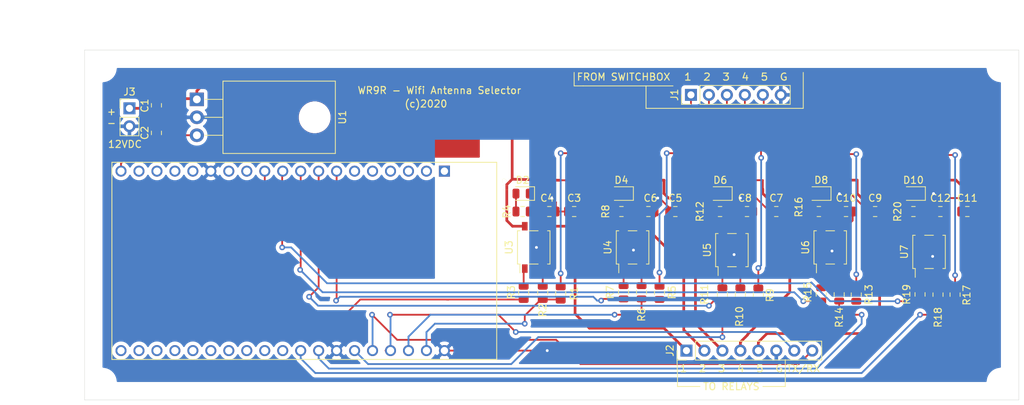
<source format=kicad_pcb>
(kicad_pcb (version 20171130) (host pcbnew "(5.1.5)-3")
  (title_block (title "WR9R - LAN ANTENNA SELECTOR") (date 2020-08-06) (rev A) (company WR9R))
  (layers (0 F.Cu signal) (31 B.Cu signal) (34 B.Paste user) (35 F.Paste user) (36 B.SilkS user) (37 F.SilkS user) (38 B.Mask user) (39 F.Mask user) (44 Edge.Cuts user))
  (net 0 "")
  (net 1 GND)
  (net 2 /Switch/VDCout)
  (net 3 "Net-(C2-Pad1)")
  (net 4 /Switch/Output)
  (net 5 /sheet5F313B75/Output)
  (net 6 /sheet5F313D6F/Output)
  (net 7 /sheet5F313F39/Output)
  (net 8 /sheet5F3141CF/Output)
  (net 9 /Switch/Input)
  (net 10 "Net-(D2-Pad2)")
  (net 11 "Net-(D4-Pad2)")
  (net 12 /sheet5F313B75/Input)
  (net 13 "Net-(D6-Pad2)")
  (net 14 "Net-(D8-Pad2)")
  (net 15 /sheet5F313D6F/Input)
  (net 16 "Net-(D10-Pad2)")
  (net 17 /sheet5F313F39/Input)
  (net 18 /sheet5F3141CF/Input)
  (net 19 "Net-(J2-Pad8)")
  (net 20 "Net-(J2-Pad7)")
  (net 21 /Inp0)
  (net 22 /Sel0)
  (net 23 /Inp1)
  (net 24 /Sel1)
  (net 25 /Inp2)
  (net 26 /Sel2)
  (net 27 /Inp3)
  (net 28 /Sel3)
  (net 29 /Inp4)
  (net 30 /Sel4)
  (net 31 "Net-(R3-Pad1)")
  (net 32 "Net-(R7-Pad1)")
  (net 33 "Net-(R11-Pad1)")
  (net 34 "Net-(R15-Pad1)")
  (net 35 "Net-(R19-Pad1)")
  (net 36 "Net-(U2-Pad38)")
  (net 37 "Net-(U2-Pad37)")
  (net 38 "Net-(U2-Pad36)")
  (net 39 "Net-(U2-Pad35)")
  (net 40 "Net-(U2-Pad34)")
  (net 41 "Net-(U2-Pad33)")
  (net 42 "Net-(U2-Pad32)")
  (net 43 "Net-(U2-Pad31)")
  (net 44 "Net-(U2-Pad30)")
  (net 45 "Net-(U2-Pad29)")
  (net 46 "Net-(U2-Pad18)")
  (net 47 "Net-(U2-Pad17)")
  (net 48 "Net-(U2-Pad16)")
  (net 49 "Net-(U2-Pad15)")
  (net 50 "Net-(U2-Pad13)")
  (net 51 "Net-(U2-Pad12)")
  (net 52 "Net-(U2-Pad5)")
  (net 53 "Net-(U2-Pad4)")
  (net 54 "Net-(U2-Pad3)")
  (net 55 "Net-(U2-Pad2)")
  (net 56 "Net-(U2-Pad1)")
  (net 57 "Net-(U2-Pad6)")
  (module ESP32-kicad-library:MODULE_ESP32-DEVKITC-32D (layer F.Cu) (at 111.125 107.315 270)
    (fp_text reference U2 (at -10.829175 -28.446045 90) (layer F.SilkS) (effects (font (size 1.000386 1.000386) (thickness 0.015))))
    (fp_text value ESP32-DEVKITC-32D)
    (pad 38 thru_hole circle (at 12.7 25.96 270) (size 1.56 1.56) (drill 1.04) (layers *.Cu *.Mask) (net 36 "Net-(U2-Pad38)"))
    (pad 37 thru_hole circle (at 12.7 23.42 270) (size 1.56 1.56) (drill 1.04) (layers *.Cu *.Mask) (net 37 "Net-(U2-Pad37)"))
    (pad 36 thru_hole circle (at 12.7 20.88 270) (size 1.56 1.56) (drill 1.04) (layers *.Cu *.Mask) (net 38 "Net-(U2-Pad36)"))
    (pad 35 thru_hole circle (at 12.7 18.34 270) (size 1.56 1.56) (drill 1.04) (layers *.Cu *.Mask) (net 39 "Net-(U2-Pad35)"))
    (pad 34 thru_hole circle (at 12.7 15.8 270) (size 1.56 1.56) (drill 1.04) (layers *.Cu *.Mask) (net 40 "Net-(U2-Pad34)"))
    (pad 33 thru_hole circle (at 12.7 13.26 270) (size 1.56 1.56) (drill 1.04) (layers *.Cu *.Mask) (net 41 "Net-(U2-Pad33)"))
    (pad 32 thru_hole circle (at 12.7 10.72 270) (size 1.56 1.56) (drill 1.04) (layers *.Cu *.Mask) (net 42 "Net-(U2-Pad32)"))
    (pad 31 thru_hole circle (at 12.7 8.18 270) (size 1.56 1.56) (drill 1.04) (layers *.Cu *.Mask) (net 43 "Net-(U2-Pad31)"))
    (pad 30 thru_hole circle (at 12.7 5.64 270) (size 1.56 1.56) (drill 1.04) (layers *.Cu *.Mask) (net 44 "Net-(U2-Pad30)"))
    (pad 29 thru_hole circle (at 12.7 3.1 270) (size 1.56 1.56) (drill 1.04) (layers *.Cu *.Mask) (net 45 "Net-(U2-Pad29)"))
    (pad 28 thru_hole circle (at 12.7 0.56 270) (size 1.56 1.56) (drill 1.04) (layers *.Cu *.Mask) (net 29 /Inp4))
    (pad 27 thru_hole circle (at 12.7 -1.98 270) (size 1.56 1.56) (drill 1.04) (layers *.Cu *.Mask) (net 27 /Inp3))
    (pad 26 thru_hole circle (at 12.7 -4.52 270) (size 1.56 1.56) (drill 1.04) (layers *.Cu *.Mask) (net 1 GND))
    (pad 25 thru_hole circle (at 12.7 -7.06 270) (size 1.56 1.56) (drill 1.04) (layers *.Cu *.Mask) (net 25 /Inp2))
    (pad 24 thru_hole circle (at 12.7 -9.6 270) (size 1.56 1.56) (drill 1.04) (layers *.Cu *.Mask) (net 19 "Net-(J2-Pad8)"))
    (pad 23 thru_hole circle (at 12.7 -12.14 270) (size 1.56 1.56) (drill 1.04) (layers *.Cu *.Mask) (net 20 "Net-(J2-Pad7)"))
    (pad 22 thru_hole circle (at 12.7 -14.68 270) (size 1.56 1.56) (drill 1.04) (layers *.Cu *.Mask) (net 23 /Inp1))
    (pad 21 thru_hole circle (at 12.7 -17.22 270) (size 1.56 1.56) (drill 1.04) (layers *.Cu *.Mask) (net 21 /Inp0))
    (pad 20 thru_hole circle (at 12.7 -19.76 270) (size 1.56 1.56) (drill 1.04) (layers *.Cu *.Mask) (net 1 GND))
    (pad 18 thru_hole circle (at -12.7 23.42 270) (size 1.56 1.56) (drill 1.04) (layers *.Cu *.Mask) (net 46 "Net-(U2-Pad18)"))
    (pad 17 thru_hole circle (at -12.7 20.88 270) (size 1.56 1.56) (drill 1.04) (layers *.Cu *.Mask) (net 47 "Net-(U2-Pad17)"))
    (pad 16 thru_hole circle (at -12.7 18.34 270) (size 1.56 1.56) (drill 1.04) (layers *.Cu *.Mask) (net 48 "Net-(U2-Pad16)"))
    (pad 15 thru_hole circle (at -12.7 15.8 270) (size 1.56 1.56) (drill 1.04) (layers *.Cu *.Mask) (net 49 "Net-(U2-Pad15)"))
    (pad 14 thru_hole circle (at -12.7 13.26 270) (size 1.56 1.56) (drill 1.04) (layers *.Cu *.Mask) (net 1 GND))
    (pad 13 thru_hole circle (at -12.7 10.72 270) (size 1.56 1.56) (drill 1.04) (layers *.Cu *.Mask) (net 50 "Net-(U2-Pad13)"))
    (pad 12 thru_hole circle (at -12.7 8.18 270) (size 1.56 1.56) (drill 1.04) (layers *.Cu *.Mask) (net 51 "Net-(U2-Pad12)"))
    (pad 11 thru_hole circle (at -12.7 5.64 270) (size 1.56 1.56) (drill 1.04) (layers *.Cu *.Mask) (net 22 /Sel0))
    (pad 10 thru_hole circle (at -12.7 3.1 270) (size 1.56 1.56) (drill 1.04) (layers *.Cu *.Mask) (net 30 /Sel4))
    (pad 9 thru_hole circle (at -12.7 0.56 270) (size 1.56 1.56) (drill 1.04) (layers *.Cu *.Mask) (net 28 /Sel3))
    (pad 8 thru_hole circle (at -12.7 -1.98 270) (size 1.56 1.56) (drill 1.04) (layers *.Cu *.Mask) (net 26 /Sel2))
    (pad 7 thru_hole circle (at -12.7 -4.52 270) (size 1.56 1.56) (drill 1.04) (layers *.Cu *.Mask) (net 24 /Sel1))
    (pad 6 thru_hole circle (at -12.7 -7.06 270) (size 1.56 1.56) (drill 1.04) (layers *.Cu *.Mask) (net 57 "Net-(U2-Pad6)"))
    (pad 5 thru_hole circle (at -12.7 -9.6 270) (size 1.56 1.56) (drill 1.04) (layers *.Cu *.Mask) (net 52 "Net-(U2-Pad5)"))
    (pad 4 thru_hole circle (at -12.7 -12.14 270) (size 1.56 1.56) (drill 1.04) (layers *.Cu *.Mask) (net 53 "Net-(U2-Pad4)"))
    (pad 3 thru_hole circle (at -12.7 -14.68 270) (size 1.56 1.56) (drill 1.04) (layers *.Cu *.Mask) (net 54 "Net-(U2-Pad3)"))
    (pad 19 thru_hole circle (at -12.7 25.96 270) (size 1.56 1.56) (drill 1.04) (layers *.Cu *.Mask) (net 3 "Net-(C2-Pad1)"))
    (pad 2 thru_hole circle (at -12.7 -17.22 270) (size 1.56 1.56) (drill 1.04) (layers *.Cu *.Mask) (net 55 "Net-(U2-Pad2)"))
    (pad 1 thru_hole rect (at -12.7 -19.76 270) (size 1.56 1.56) (drill 1.04) (layers *.Cu *.Mask) (net 56 "Net-(U2-Pad1)"))
  )
  (module Connector_PinHeader_2.54mm:PinHeader_1x02_P2.54mm_Vertical (layer F.Cu) (at 86.36 85.725)
    (fp_text reference J3 (at 0 -2.33) (layer F.SilkS))
    (fp_text value POWER)
    (pad 2 thru_hole oval (at 0 2.54) (size 1.7 1.7) (drill 1) (layers *.Cu *.Mask) (net 1 GND))
    (pad 1 thru_hole rect (at 0 0) (size 1.7 1.7) (drill 1) (layers *.Cu *.Mask) (net 2 /Switch/VDCout))
  )
  (module MountingHole:MountingHole_3mm (layer F.Cu) (at 209.55 80.01)
    (fp_text reference REF** hide)
    (fp_text value MountingHole_3mm)
    (pad 1 np_thru_hole circle (at 0 0) (size 3 3) (drill 3) (layers *.Cu *.Mask))
  )
  (module MountingHole:MountingHole_3mm (layer F.Cu) (at 82.55 124.46)
    (fp_text reference REF** hide)
    (fp_text value MountingHole_3mm)
    (pad 1 np_thru_hole circle (at 0 0) (size 3 3) (drill 3) (layers *.Cu *.Mask))
  )
  (module MountingHole:MountingHole_3mm (layer F.Cu) (at 209.55 124.46)
    (fp_text reference REF** hide)
    (fp_text value MountingHole_3mm)
    (pad 1 np_thru_hole circle (at 0 0) (size 3 3) (drill 3) (layers *.Cu *.Mask))
  )
  (module MountingHole:MountingHole_3mm (layer F.Cu) (at 82.55 80.01)
    (fp_text reference REF** hide)
    (fp_text value MountingHole_3mm)
    (pad 1 np_thru_hole circle (at 0 0) (size 3 3) (drill 3) (layers *.Cu *.Mask))
  )
  (module Package_TO_SOT_THT:TO-220-3_Horizontal_TabDown (layer F.Cu) (at 95.885 84.455 270)
    (fp_text reference U1 (at 2.54 -20.58 90) (layer F.SilkS))
    (fp_text value LM7805_TO220)
    (pad 3 thru_hole oval (at 5.08 0 270) (size 1.905 2) (drill 1.1) (layers *.Cu *.Mask) (net 3 "Net-(C2-Pad1)"))
    (pad 2 thru_hole oval (at 2.54 0 270) (size 1.905 2) (drill 1.1) (layers *.Cu *.Mask) (net 1 GND))
    (pad 1 thru_hole rect (at 0 0 270) (size 1.905 2) (drill 1.1) (layers *.Cu *.Mask) (net 2 /Switch/VDCout))
    (pad "" np_thru_hole oval (at 2.54 -16.66 270) (size 3.5 3.5) (drill 3.5) (layers *.Cu *.Mask))
  )
  (module Package_SO:SO-4_4.4x4.3mm_P2.54mm (layer F.Cu) (at 199.39 106.045 90)
    (fp_text reference U7 (at 0 -3.5 90) (layer F.SilkS))
    (fp_text value ASSR-1218)
    (pad 3 smd rect (at 3 1.27) (size 0.8 1.2) (layers F.Cu F.Paste F.Mask) (net 8 /sheet5F3141CF/Output))
    (pad 2 smd rect (at -3 1.27) (size 0.8 1.2) (layers F.Cu F.Paste F.Mask) (net 1 GND))
    (pad 1 smd rect (at -3 -1.27) (size 0.8 1.2) (layers F.Cu F.Paste F.Mask) (net 35 "Net-(R19-Pad1)"))
    (pad 4 smd rect (at 3 -1.27) (size 0.8 1.2) (layers F.Cu F.Paste F.Mask) (net 2 /Switch/VDCout))
  )
  (module Package_SO:SO-4_4.4x4.3mm_P2.54mm (layer F.Cu) (at 185.42 105.41 90)
    (fp_text reference U6 (at 0 -3.5 90) (layer F.SilkS))
    (fp_text value ASSR-1218)
    (pad 3 smd rect (at 3 1.27) (size 0.8 1.2) (layers F.Cu F.Paste F.Mask) (net 7 /sheet5F313F39/Output))
    (pad 2 smd rect (at -3 1.27) (size 0.8 1.2) (layers F.Cu F.Paste F.Mask) (net 1 GND))
    (pad 1 smd rect (at -3 -1.27) (size 0.8 1.2) (layers F.Cu F.Paste F.Mask) (net 34 "Net-(R15-Pad1)"))
    (pad 4 smd rect (at 3 -1.27) (size 0.8 1.2) (layers F.Cu F.Paste F.Mask) (net 2 /Switch/VDCout))
  )
  (module Package_SO:SO-4_4.4x4.3mm_P2.54mm (layer F.Cu) (at 171.525 105.795 90)
    (fp_text reference U5 (at 0 -3.5 90) (layer F.SilkS))
    (fp_text value ASSR-1218)
    (pad 3 smd rect (at 3 1.27) (size 0.8 1.2) (layers F.Cu F.Paste F.Mask) (net 6 /sheet5F313D6F/Output))
    (pad 2 smd rect (at -3 1.27) (size 0.8 1.2) (layers F.Cu F.Paste F.Mask) (net 1 GND))
    (pad 1 smd rect (at -3 -1.27) (size 0.8 1.2) (layers F.Cu F.Paste F.Mask) (net 33 "Net-(R11-Pad1)"))
    (pad 4 smd rect (at 3 -1.27) (size 0.8 1.2) (layers F.Cu F.Paste F.Mask) (net 2 /Switch/VDCout))
  )
  (module Package_SO:SO-4_4.4x4.3mm_P2.54mm (layer F.Cu) (at 157.48 105.41 90)
    (fp_text reference U4 (at 0 -3.5 90) (layer F.SilkS))
    (fp_text value ASSR-1218)
    (pad 3 smd rect (at 3 1.27) (size 0.8 1.2) (layers F.Cu F.Paste F.Mask) (net 5 /sheet5F313B75/Output))
    (pad 2 smd rect (at -3 1.27) (size 0.8 1.2) (layers F.Cu F.Paste F.Mask) (net 1 GND))
    (pad 1 smd rect (at -3 -1.27) (size 0.8 1.2) (layers F.Cu F.Paste F.Mask) (net 32 "Net-(R7-Pad1)"))
    (pad 4 smd rect (at 3 -1.27) (size 0.8 1.2) (layers F.Cu F.Paste F.Mask) (net 2 /Switch/VDCout))
  )
  (module Package_SO:SO-4_4.4x4.3mm_P2.54mm (layer F.Cu) (at 143.51 105.41 90)
    (fp_text reference U3 (at 0 -3.5 90) (layer F.SilkS))
    (fp_text value ASSR-1218)
    (pad 3 smd rect (at 3 1.27) (size 0.8 1.2) (layers F.Cu F.Paste F.Mask) (net 4 /Switch/Output))
    (pad 2 smd rect (at -3 1.27) (size 0.8 1.2) (layers F.Cu F.Paste F.Mask) (net 1 GND))
    (pad 1 smd rect (at -3 -1.27) (size 0.8 1.2) (layers F.Cu F.Paste F.Mask) (net 31 "Net-(R3-Pad1)"))
    (pad 4 smd rect (at 3 -1.27) (size 0.8 1.2) (layers F.Cu F.Paste F.Mask) (net 2 /Switch/VDCout))
  )
  (module Resistor_SMD:R_0805_2012Metric (layer F.Cu) (at 197.1825 100.33 180)
    (fp_text reference R20 (at 2.2375 0 90) (layer F.SilkS))
    (fp_text value 6.8K)
    (pad 2 smd roundrect (at 0.9375 0 180) (size 0.975 1.4) (layers F.Cu F.Paste F.Mask) (net 16 "Net-(D10-Pad2)"))
    (pad 1 smd roundrect (at -0.9375 0 180) (size 0.975 1.4) (layers F.Cu F.Paste F.Mask) (net 8 /sheet5F3141CF/Output))
  )
  (module Resistor_SMD:R_0805_2012Metric (layer F.Cu) (at 198.12 112.0625 270)
    (fp_text reference R19 (at 0 1.905 90) (layer F.SilkS))
    (fp_text value 510)
    (pad 2 smd roundrect (at 0.9375 0 270) (size 0.975 1.4) (layers F.Cu F.Paste F.Mask) (net 30 /Sel4))
    (pad 1 smd roundrect (at -0.9375 0 270) (size 0.975 1.4) (layers F.Cu F.Paste F.Mask) (net 35 "Net-(R19-Pad1)"))
  )
  (module Resistor_SMD:R_0805_2012Metric (layer F.Cu) (at 200.66 112.0925 90)
    (fp_text reference R18 (at -3.2235 0 90) (layer F.SilkS))
    (fp_text value 6.8K)
    (pad 2 smd roundrect (at 0.9375 0 90) (size 0.975 1.4) (layers F.Cu F.Paste F.Mask) (net 1 GND))
    (pad 1 smd roundrect (at -0.9375 0 90) (size 0.975 1.4) (layers F.Cu F.Paste F.Mask) (net 29 /Inp4))
  )
  (module Resistor_SMD:R_0805_2012Metric (layer F.Cu) (at 203.073 112.0925 90)
    (fp_text reference R17 (at -0.0785 1.651 90) (layer F.SilkS))
    (fp_text value 22K)
    (pad 2 smd roundrect (at 0.9375 0 90) (size 0.975 1.4) (layers F.Cu F.Paste F.Mask) (net 18 /sheet5F3141CF/Input))
    (pad 1 smd roundrect (at -0.9375 0 90) (size 0.975 1.4) (layers F.Cu F.Paste F.Mask) (net 29 /Inp4))
  )
  (module Resistor_SMD:R_0805_2012Metric (layer F.Cu) (at 183.8175 100.33 180)
    (fp_text reference R16 (at 2.8425 0.635 90) (layer F.SilkS))
    (fp_text value 6.8K)
    (pad 2 smd roundrect (at 0.9375 0 180) (size 0.975 1.4) (layers F.Cu F.Paste F.Mask) (net 14 "Net-(D8-Pad2)"))
    (pad 1 smd roundrect (at -0.9375 0 180) (size 0.975 1.4) (layers F.Cu F.Paste F.Mask) (net 7 /sheet5F313F39/Output))
  )
  (module Resistor_SMD:R_0805_2012Metric (layer F.Cu) (at 184.15 112.0625 270)
    (fp_text reference R15 (at -0.3025 1.905 90) (layer F.SilkS))
    (fp_text value 510)
    (pad 2 smd roundrect (at 0.9375 0 270) (size 0.975 1.4) (layers F.Cu F.Paste F.Mask) (net 28 /Sel3))
    (pad 1 smd roundrect (at -0.9375 0 270) (size 0.975 1.4) (layers F.Cu F.Paste F.Mask) (net 34 "Net-(R15-Pad1)"))
  )
  (module Resistor_SMD:R_0805_2012Metric (layer F.Cu) (at 186.69 112.0625 90)
    (fp_text reference R14 (at -3.2535 0 90) (layer F.SilkS))
    (fp_text value 6.8K)
    (pad 2 smd roundrect (at 0.9375 0 90) (size 0.975 1.4) (layers F.Cu F.Paste F.Mask) (net 1 GND))
    (pad 1 smd roundrect (at -0.9375 0 90) (size 0.975 1.4) (layers F.Cu F.Paste F.Mask) (net 27 /Inp3))
  )
  (module Resistor_SMD:R_0805_2012Metric (layer F.Cu) (at 189.103 112.0925 90)
    (fp_text reference R13 (at 0 1.778 90) (layer F.SilkS))
    (fp_text value 22K)
    (pad 2 smd roundrect (at 0.9375 0 90) (size 0.975 1.4) (layers F.Cu F.Paste F.Mask) (net 17 /sheet5F313F39/Input))
    (pad 1 smd roundrect (at -0.9375 0 90) (size 0.975 1.4) (layers F.Cu F.Paste F.Mask) (net 27 /Inp3))
  )
  (module Resistor_SMD:R_0805_2012Metric (layer F.Cu) (at 169.8475 100.33 180)
    (fp_text reference R12 (at 2.8425 0 90) (layer F.SilkS))
    (fp_text value 6.8K)
    (pad 2 smd roundrect (at 0.9375 0 180) (size 0.975 1.4) (layers F.Cu F.Paste F.Mask) (net 13 "Net-(D6-Pad2)"))
    (pad 1 smd roundrect (at -0.9375 0 180) (size 0.975 1.4) (layers F.Cu F.Paste F.Mask) (net 6 /sheet5F313D6F/Output))
  )
  (module Resistor_SMD:R_0805_2012Metric (layer F.Cu) (at 170.18 112.0625 270)
    (fp_text reference R11 (at 0 2.54 90) (layer F.SilkS))
    (fp_text value 510)
    (pad 2 smd roundrect (at 0.9375 0 270) (size 0.975 1.4) (layers F.Cu F.Paste F.Mask) (net 26 /Sel2))
    (pad 1 smd roundrect (at -0.9375 0 270) (size 0.975 1.4) (layers F.Cu F.Paste F.Mask) (net 33 "Net-(R11-Pad1)"))
  )
  (module Resistor_SMD:R_0805_2012Metric (layer F.Cu) (at 172.72 112.0625 90)
    (fp_text reference R10 (at -3.1265 -0.127 90) (layer F.SilkS))
    (fp_text value 6.8K)
    (pad 2 smd roundrect (at 0.9375 0 90) (size 0.975 1.4) (layers F.Cu F.Paste F.Mask) (net 1 GND))
    (pad 1 smd roundrect (at -0.9375 0 90) (size 0.975 1.4) (layers F.Cu F.Paste F.Mask) (net 25 /Inp2))
  )
  (module Resistor_SMD:R_0805_2012Metric (layer F.Cu) (at 175.26 112.0925 90)
    (fp_text reference R9 (at -0.0785 1.651 90) (layer F.SilkS))
    (fp_text value 22K)
    (pad 2 smd roundrect (at 0.9375 0 90) (size 0.975 1.4) (layers F.Cu F.Paste F.Mask) (net 15 /sheet5F313D6F/Input))
    (pad 1 smd roundrect (at -0.9375 0 90) (size 0.975 1.4) (layers F.Cu F.Paste F.Mask) (net 25 /Inp2))
  )
  (module Resistor_SMD:R_0805_2012Metric (layer F.Cu) (at 155.9075 100.33 180)
    (fp_text reference R8 (at 2.2375 0 90) (layer F.SilkS))
    (fp_text value 6.8K)
    (pad 2 smd roundrect (at 0.9375 0 180) (size 0.975 1.4) (layers F.Cu F.Paste F.Mask) (net 11 "Net-(D4-Pad2)"))
    (pad 1 smd roundrect (at -0.9375 0 180) (size 0.975 1.4) (layers F.Cu F.Paste F.Mask) (net 5 /sheet5F313B75/Output))
  )
  (module Resistor_SMD:R_0805_2012Metric (layer F.Cu) (at 156.21 111.76 270)
    (fp_text reference R7 (at 0 1.905 90) (layer F.SilkS))
    (fp_text value 510)
    (pad 2 smd roundrect (at 0.9375 0 270) (size 0.975 1.4) (layers F.Cu F.Paste F.Mask) (net 24 /Sel1))
    (pad 1 smd roundrect (at -0.9375 0 270) (size 0.975 1.4) (layers F.Cu F.Paste F.Mask) (net 32 "Net-(R7-Pad1)"))
  )
  (module Resistor_SMD:R_0805_2012Metric (layer F.Cu) (at 158.75 111.76 90)
    (fp_text reference R6 (at -3.175 0 90) (layer F.SilkS))
    (fp_text value 6.8K)
    (pad 2 smd roundrect (at 0.9375 0 90) (size 0.975 1.4) (layers F.Cu F.Paste F.Mask) (net 1 GND))
    (pad 1 smd roundrect (at -0.9375 0 90) (size 0.975 1.4) (layers F.Cu F.Paste F.Mask) (net 23 /Inp1))
  )
  (module Resistor_SMD:R_0805_2012Metric (layer F.Cu) (at 161.29 111.8385 90)
    (fp_text reference R5 (at 0.0485 1.778 90) (layer F.SilkS))
    (fp_text value 22K)
    (pad 2 smd roundrect (at 0.9375 0 90) (size 0.975 1.4) (layers F.Cu F.Paste F.Mask) (net 12 /sheet5F313B75/Input))
    (pad 1 smd roundrect (at -0.9375 0 90) (size 0.975 1.4) (layers F.Cu F.Paste F.Mask) (net 23 /Inp1))
  )
  (module Resistor_SMD:R_0805_2012Metric (layer F.Cu) (at 141.9375 100.33 180)
    (fp_text reference R4 (at 2.2375 0 90) (layer F.SilkS))
    (fp_text value 6.8K)
    (pad 2 smd roundrect (at 0.9375 0 180) (size 0.975 1.4) (layers F.Cu F.Paste F.Mask) (net 10 "Net-(D2-Pad2)"))
    (pad 1 smd roundrect (at -0.9375 0 180) (size 0.975 1.4) (layers F.Cu F.Paste F.Mask) (net 4 /Switch/Output))
  )
  (module Resistor_SMD:R_0805_2012Metric (layer F.Cu) (at 142.085 111.845 270)
    (fp_text reference R3 (at -0.085 1.75 90) (layer F.SilkS))
    (fp_text value 510)
    (pad 2 smd roundrect (at 0.9375 0 270) (size 0.975 1.4) (layers F.Cu F.Paste F.Mask) (net 22 /Sel0))
    (pad 1 smd roundrect (at -0.9375 0 270) (size 0.975 1.4) (layers F.Cu F.Paste F.Mask) (net 31 "Net-(R3-Pad1)"))
  )
  (module Resistor_SMD:R_0805_2012Metric (layer F.Cu) (at 144.78 111.845 90)
    (fp_text reference R2 (at -2.455 0 90) (layer F.SilkS))
    (fp_text value 6.8K)
    (pad 2 smd roundrect (at 0.9375 0 90) (size 0.975 1.4) (layers F.Cu F.Paste F.Mask) (net 1 GND))
    (pad 1 smd roundrect (at -0.9375 0 90) (size 0.975 1.4) (layers F.Cu F.Paste F.Mask) (net 21 /Inp0))
  )
  (module Resistor_SMD:R_0805_2012Metric (layer F.Cu) (at 147.32 111.9355 90)
    (fp_text reference R1 (at 0 1.905 90) (layer F.SilkS))
    (fp_text value 22K)
    (pad 2 smd roundrect (at 0.9375 0 90) (size 0.975 1.4) (layers F.Cu F.Paste F.Mask) (net 9 /Switch/Input))
    (pad 1 smd roundrect (at -0.9375 0 90) (size 0.975 1.4) (layers F.Cu F.Paste F.Mask) (net 21 /Inp0))
  )
  (module Connector_PinHeader_2.54mm:PinHeader_1x08_P2.54mm_Vertical (layer F.Cu) (at 165.1 120.015 90)
    (fp_text reference J2 (at 0 -2.33 90) (layer F.SilkS))
    (fp_text value OUTPUTS)
    (pad 8 thru_hole oval (at 0 17.78 90) (size 1.7 1.7) (drill 1) (layers *.Cu *.Mask) (net 19 "Net-(J2-Pad8)"))
    (pad 7 thru_hole oval (at 0 15.24 90) (size 1.7 1.7) (drill 1) (layers *.Cu *.Mask) (net 20 "Net-(J2-Pad7)"))
    (pad 6 thru_hole oval (at 0 12.7 90) (size 1.7 1.7) (drill 1) (layers *.Cu *.Mask) (net 1 GND))
    (pad 5 thru_hole oval (at 0 10.16 90) (size 1.7 1.7) (drill 1) (layers *.Cu *.Mask) (net 8 /sheet5F3141CF/Output))
    (pad 4 thru_hole oval (at 0 7.62 90) (size 1.7 1.7) (drill 1) (layers *.Cu *.Mask) (net 7 /sheet5F313F39/Output))
    (pad 3 thru_hole oval (at 0 5.08 90) (size 1.7 1.7) (drill 1) (layers *.Cu *.Mask) (net 6 /sheet5F313D6F/Output))
    (pad 2 thru_hole oval (at 0 2.54 90) (size 1.7 1.7) (drill 1) (layers *.Cu *.Mask) (net 5 /sheet5F313B75/Output))
    (pad 1 thru_hole rect (at 0 0 90) (size 1.7 1.7) (drill 1) (layers *.Cu *.Mask) (net 4 /Switch/Output))
  )
  (module Connector_PinHeader_2.54mm:PinHeader_1x06_P2.54mm_Vertical (layer F.Cu) (at 165.735 83.82 90)
    (fp_text reference J1 (at 0 -2.33 90) (layer F.SilkS))
    (fp_text value INPUTS)
    (pad 6 thru_hole oval (at 0 12.7 90) (size 1.7 1.7) (drill 1) (layers *.Cu *.Mask) (net 1 GND))
    (pad 5 thru_hole oval (at 0 10.16 90) (size 1.7 1.7) (drill 1) (layers *.Cu *.Mask) (net 18 /sheet5F3141CF/Input))
    (pad 4 thru_hole oval (at 0 7.62 90) (size 1.7 1.7) (drill 1) (layers *.Cu *.Mask) (net 17 /sheet5F313F39/Input))
    (pad 3 thru_hole oval (at 0 5.08 90) (size 1.7 1.7) (drill 1) (layers *.Cu *.Mask) (net 15 /sheet5F313D6F/Input))
    (pad 2 thru_hole oval (at 0 2.54 90) (size 1.7 1.7) (drill 1) (layers *.Cu *.Mask) (net 12 /sheet5F313B75/Input))
    (pad 1 thru_hole rect (at 0 0 90) (size 1.7 1.7) (drill 1) (layers *.Cu *.Mask) (net 9 /Switch/Input))
  )
  (module LED_SMD:LED_0805_2012Metric (layer F.Cu) (at 197.1825 97.79 180)
    (fp_text reference D10 (at 0 1.905) (layer F.SilkS))
    (fp_text value 599-0120-007F)
    (pad 2 smd roundrect (at 0.9375 0 180) (size 0.975 1.4) (layers F.Cu F.Paste F.Mask) (net 16 "Net-(D10-Pad2)"))
    (pad 1 smd roundrect (at -0.9375 0 180) (size 0.975 1.4) (layers F.Cu F.Paste F.Mask) (net 1 GND))
  )
  (module LED_SMD:LED_0805_2012Metric (layer F.Cu) (at 183.8475 97.79 180)
    (fp_text reference D8 (at -0.3025 1.905) (layer F.SilkS))
    (fp_text value 599-0120-007F)
    (pad 2 smd roundrect (at 0.9375 0 180) (size 0.975 1.4) (layers F.Cu F.Paste F.Mask) (net 14 "Net-(D8-Pad2)"))
    (pad 1 smd roundrect (at -0.9375 0 180) (size 0.975 1.4) (layers F.Cu F.Paste F.Mask) (net 1 GND))
  )
  (module LED_SMD:LED_0805_2012Metric (layer F.Cu) (at 169.8775 97.79 180)
    (fp_text reference D6 (at 0 1.905) (layer F.SilkS))
    (fp_text value 599-0120-007F)
    (pad 2 smd roundrect (at 0.9375 0 180) (size 0.975 1.4) (layers F.Cu F.Paste F.Mask) (net 13 "Net-(D6-Pad2)"))
    (pad 1 smd roundrect (at -0.9375 0 180) (size 0.975 1.4) (layers F.Cu F.Paste F.Mask) (net 1 GND))
  )
  (module LED_SMD:LED_0805_2012Metric (layer F.Cu) (at 155.9075 97.79 180)
    (fp_text reference D4 (at 0 1.905) (layer F.SilkS))
    (fp_text value 599-0120-007F)
    (pad 2 smd roundrect (at 0.9375 0 180) (size 0.975 1.4) (layers F.Cu F.Paste F.Mask) (net 11 "Net-(D4-Pad2)"))
    (pad 1 smd roundrect (at -0.9375 0 180) (size 0.975 1.4) (layers F.Cu F.Paste F.Mask) (net 1 GND))
  )
  (module LED_SMD:LED_0805_2012Metric (layer F.Cu) (at 141.9375 97.79 180)
    (fp_text reference D2 (at 0 1.905) (layer F.SilkS))
    (fp_text value 599-0120-007F)
    (pad 2 smd roundrect (at 0.9375 0 180) (size 0.975 1.4) (layers F.Cu F.Paste F.Mask) (net 10 "Net-(D2-Pad2)"))
    (pad 1 smd roundrect (at -0.9375 0 180) (size 0.975 1.4) (layers F.Cu F.Paste F.Mask) (net 1 GND))
  )
  (module Capacitor_SMD:C_0805_2012Metric (layer F.Cu) (at 200.9925 100.33 180)
    (fp_text reference C12 (at 0 1.905) (layer F.SilkS))
    (fp_text value "0.01uf, 100V")
    (pad 2 smd roundrect (at 0.9375 0 180) (size 0.975 1.4) (layers F.Cu F.Paste F.Mask) (net 1 GND))
    (pad 1 smd roundrect (at -0.9375 0 180) (size 0.975 1.4) (layers F.Cu F.Paste F.Mask) (net 8 /sheet5F3141CF/Output))
  )
  (module Capacitor_SMD:C_0805_2012Metric (layer F.Cu) (at 204.8025 100.33 180)
    (fp_text reference C11 (at 0 1.905) (layer F.SilkS))
    (fp_text value "1uF, 25V")
    (pad 2 smd roundrect (at 0.9375 0 180) (size 0.975 1.4) (layers F.Cu F.Paste F.Mask) (net 1 GND))
    (pad 1 smd roundrect (at -0.9375 0 180) (size 0.975 1.4) (layers F.Cu F.Paste F.Mask) (net 2 /Switch/VDCout))
  )
  (module Capacitor_SMD:C_0805_2012Metric (layer F.Cu) (at 187.6575 100.33 180)
    (fp_text reference C10 (at 0 1.905) (layer F.SilkS))
    (fp_text value "0.01uf, 100V")
    (pad 2 smd roundrect (at 0.9375 0 180) (size 0.975 1.4) (layers F.Cu F.Paste F.Mask) (net 1 GND))
    (pad 1 smd roundrect (at -0.9375 0 180) (size 0.975 1.4) (layers F.Cu F.Paste F.Mask) (net 7 /sheet5F313F39/Output))
  )
  (module Capacitor_SMD:C_0805_2012Metric (layer F.Cu) (at 191.77 100.33 180)
    (fp_text reference C9 (at 0 1.905) (layer F.SilkS))
    (fp_text value "1uF, 25V")
    (pad 2 smd roundrect (at 0.9375 0 180) (size 0.975 1.4) (layers F.Cu F.Paste F.Mask) (net 1 GND))
    (pad 1 smd roundrect (at -0.9375 0 180) (size 0.975 1.4) (layers F.Cu F.Paste F.Mask) (net 2 /Switch/VDCout))
  )
  (module Capacitor_SMD:C_0805_2012Metric (layer F.Cu) (at 173.6575 100.33 180)
    (fp_text reference C8 (at 0.3025 1.905) (layer F.SilkS))
    (fp_text value "0.01uf, 100V")
    (pad 2 smd roundrect (at 0.9375 0 180) (size 0.975 1.4) (layers F.Cu F.Paste F.Mask) (net 1 GND))
    (pad 1 smd roundrect (at -0.9375 0 180) (size 0.975 1.4) (layers F.Cu F.Paste F.Mask) (net 6 /sheet5F313D6F/Output))
  )
  (module Capacitor_SMD:C_0805_2012Metric (layer F.Cu) (at 177.8 100.33 180)
    (fp_text reference C7 (at 0 1.905) (layer F.SilkS))
    (fp_text value "1uF, 25V")
    (pad 2 smd roundrect (at 0.9375 0 180) (size 0.975 1.4) (layers F.Cu F.Paste F.Mask) (net 1 GND))
    (pad 1 smd roundrect (at -0.9375 0 180) (size 0.975 1.4) (layers F.Cu F.Paste F.Mask) (net 2 /Switch/VDCout))
  )
  (module Capacitor_SMD:C_0805_2012Metric (layer F.Cu) (at 159.7175 100.33 180)
    (fp_text reference C6 (at -0.3025 1.905) (layer F.SilkS))
    (fp_text value "0.01uf, 100V")
    (pad 2 smd roundrect (at 0.9375 0 180) (size 0.975 1.4) (layers F.Cu F.Paste F.Mask) (net 1 GND))
    (pad 1 smd roundrect (at -0.9375 0 180) (size 0.975 1.4) (layers F.Cu F.Paste F.Mask) (net 5 /sheet5F313B75/Output))
  )
  (module Capacitor_SMD:C_0805_2012Metric (layer F.Cu) (at 163.5275 100.33 180)
    (fp_text reference C5 (at 0 1.905) (layer F.SilkS))
    (fp_text value "1uF, 25V")
    (pad 2 smd roundrect (at 0.9375 0 180) (size 0.975 1.4) (layers F.Cu F.Paste F.Mask) (net 1 GND))
    (pad 1 smd roundrect (at -0.9375 0 180) (size 0.975 1.4) (layers F.Cu F.Paste F.Mask) (net 2 /Switch/VDCout))
  )
  (module Capacitor_SMD:C_0805_2012Metric (layer F.Cu) (at 145.7175 100.33)
    (fp_text reference C4 (at -0.3025 -1.905) (layer F.SilkS))
    (fp_text value "0.01uf, 100V")
    (pad 2 smd roundrect (at 0.9375 0) (size 0.975 1.4) (layers F.Cu F.Paste F.Mask) (net 1 GND))
    (pad 1 smd roundrect (at -0.9375 0) (size 0.975 1.4) (layers F.Cu F.Paste F.Mask) (net 4 /Switch/Output))
  )
  (module Capacitor_SMD:C_0805_2012Metric (layer F.Cu) (at 149.225 100.33 180)
    (fp_text reference C3 (at 0 1.905) (layer F.SilkS))
    (fp_text value "1uF, 25V")
    (pad 2 smd roundrect (at 0.9375 0 180) (size 0.975 1.4) (layers F.Cu F.Paste F.Mask) (net 1 GND))
    (pad 1 smd roundrect (at -0.9375 0 180) (size 0.975 1.4) (layers F.Cu F.Paste F.Mask) (net 2 /Switch/VDCout))
  )
  (module Capacitor_SMD:C_0805_2012Metric (layer F.Cu) (at 90.17 89.2025 90)
    (fp_text reference C2 (at 0 -1.65 90) (layer F.SilkS))
    (fp_text value "1uF, 25V")
    (pad 2 smd roundrect (at 0.9375 0 90) (size 0.975 1.4) (layers F.Cu F.Paste F.Mask) (net 1 GND))
    (pad 1 smd roundrect (at -0.9375 0 90) (size 0.975 1.4) (layers F.Cu F.Paste F.Mask) (net 3 "Net-(C2-Pad1)"))
  )
  (module Capacitor_SMD:C_0805_2012Metric (layer F.Cu) (at 90.17 85.2955 270)
    (fp_text reference C1 (at 0.0485 1.651 90) (layer F.SilkS))
    (fp_text value "1uF, 25V")
    (pad 2 smd roundrect (at 0.9375 0 270) (size 0.975 1.4) (layers F.Cu F.Paste F.Mask) (net 1 GND))
    (pad 1 smd roundrect (at -0.9375 0 270) (size 0.975 1.4) (layers F.Cu F.Paste F.Mask) (net 2 /Switch/VDCout))
  )
  (gr_text 12VDC (at 85.725 90.805) (layer F.SilkS) (effects (font (size 1 1))))
  (gr_text "+\n-" (at 83.82 86.995) (layer F.SilkS) (effects (font (size 1 1))))
  (gr_line (start 149.225 82.55) (end 149.225 80.645) (layer F.SilkS) (width 0.12))
  (gr_line (start 150.495 82.55) (end 149.225 82.55) (layer F.SilkS) (width 0.12))
  (gr_line (start 150.495 82.55) (end 163.195 82.55) (layer F.SilkS) (width 0.12))
  (gr_line (start 181.61 85.725) (end 181.61 80.645) (layer F.SilkS) (width 0.12))
  (gr_line (start 159.385 85.725) (end 181.61 85.725) (layer F.SilkS) (width 0.12))
  (gr_line (start 159.385 82.55) (end 159.385 85.725) (layer F.SilkS) (width 0.12))
  (gr_text "FROM SWITCHBOX\n" (at 156.21 81.28) (layer F.SilkS) (effects (font (size 1 1))))
  (gr_line (start 163.83 123.825) (end 163.77 121.345) (layer F.SilkS) (width 0.12))
  (gr_line (start 179.07 125.095) (end 179.07 121.285) (layer F.SilkS) (width 0.12))
  (gr_line (start 175.895 125.095) (end 179.07 125.095) (layer F.SilkS) (width 0.12))
  (gr_line (start 163.83 125.095) (end 167.005 125.095) (layer F.SilkS) (width 0.12))
  (gr_line (start 163.83 123.825) (end 163.83 125.095) (layer F.SilkS) (width 0.12))
  (gr_text "TO RELAYS\n" (at 171.45 125.095) (layer F.SilkS) (effects (font (size 1 1))))
  (gr_text "TX/RX\n" (at 181.61 122.555) (layer F.SilkS) (effects (font (size 1 1))))
  (gr_text "1  2  3  4  5  G" (at 171.45 122.555) (layer F.SilkS) (effects (font (size 1 1.0922))))
  (gr_text "1  2  3  4  5  G" (at 172.085 81.28) (layer F.SilkS) (effects (font (size 1 1.0922))))
  (gr_text "(c)2020\n" (at 128.27 85.09) (layer F.SilkS) (effects (font (size 1 1))))
  (gr_text "WR9R - Wifi Antenna Selector" (at 130.175 83.185) (layer F.SilkS) (effects (font (size 1 1))))
  (gr_line (start 80.01 127) (end 80.01 77.47) (layer Edge.Cuts) (width 0.05))
  (gr_line (start 212.09 127) (end 80.01 127) (layer Edge.Cuts) (width 0.05))
  (gr_line (start 212.09 77.47) (end 212.09 127) (layer Edge.Cuts) (width 0.05))
  (gr_line (start 80.01 77.47) (end 212.09 77.47) (layer Edge.Cuts) (width 0.05))
  (segment (start 142.875 97.79) (end 145.415 97.79) (width 0.25) (layer F.Cu) (net 1))
  (segment (start 146.655 99.03) (end 146.655 100.33) (width 0.25) (layer F.Cu) (net 1))
  (segment (start 145.415 97.79) (end 146.05 98.425) (width 0.25) (layer F.Cu) (net 1))
  (segment (start 148.2875 100.33) (end 146.655 100.33) (width 0.25) (layer F.Cu) (net 1))
  (segment (start 144.78 108.41) (end 144.78 110.9075) (width 0.25) (layer F.Cu) (net 1))
  (segment (start 162.59 100.33) (end 162.56 100.33) (width 0.25) (layer F.Cu) (net 1))
  (segment (start 162.56 100.33) (end 162.56 99.695) (width 0.25) (layer F.Cu) (net 1))
  (segment (start 162.56 99.695) (end 161.29 98.425) (width 0.25) (layer F.Cu) (net 1))
  (segment (start 160.685 98.425) (end 158.78 100.33) (width 0.25) (layer F.Cu) (net 1))
  (segment (start 161.29 98.425) (end 161.036 98.425) (width 0.25) (layer F.Cu) (net 1))
  (segment (start 158.78 100.33) (end 158.78 98.455) (width 0.25) (layer F.Cu) (net 1))
  (segment (start 158.115 97.79) (end 156.845 97.79) (width 0.25) (layer F.Cu) (net 1))
  (segment (start 158.78 98.455) (end 158.115 97.79) (width 0.25) (layer F.Cu) (net 1))
  (segment (start 158.75 108.41) (end 158.75 110.8225) (width 0.25) (layer F.Cu) (net 1))
  (segment (start 170.815 97.79) (end 172.085 97.79) (width 0.25) (layer F.Cu) (net 1))
  (segment (start 172.085 97.79) (end 172.72 98.425) (width 0.25) (layer F.Cu) (net 1))
  (segment (start 176.8625 100.33) (end 174.9575 98.425) (width 0.25) (layer F.Cu) (net 1))
  (segment (start 174.9575 98.425) (end 172.72 98.425) (width 0.25) (layer F.Cu) (net 1))
  (segment (start 172.72 98.425) (end 172.72 100.33) (width 0.25) (layer F.Cu) (net 1))
  (segment (start 172.72 108.87) (end 172.795 108.795) (width 0.25) (layer F.Cu) (net 1))
  (segment (start 172.72 111.125) (end 172.72 108.87) (width 0.25) (layer F.Cu) (net 1))
  (segment (start 176.8625 101.03) (end 176.8625 100.33) (width 0.25) (layer F.Cu) (net 1))
  (segment (start 190.8325 100.33) (end 188.2925 97.79) (width 0.25) (layer F.Cu) (net 1))
  (segment (start 186.72 97.82) (end 186.72 97.82) (width 0.25) (layer F.Cu) (net 1))
  (segment (start 186.72 100.33) (end 186.72 97.82) (width 0.25) (layer F.Cu) (net 1))
  (segment (start 188.2925 97.79) (end 186.69 97.79) (width 0.25) (layer F.Cu) (net 1))
  (segment (start 186.69 97.79) (end 184.785 97.79) (width 0.25) (layer F.Cu) (net 1))
  (segment (start 186.69 111.125) (end 186.69 108.41) (width 0.25) (layer F.Cu) (net 1))
  (segment (start 203.865 100.33) (end 203.865 98.455) (width 0.25) (layer F.Cu) (net 1))
  (segment (start 203.865 98.455) (end 203.835 98.425) (width 0.25) (layer F.Cu) (net 1))
  (segment (start 198.6075 97.79) (end 198.12 97.79) (width 0.25) (layer F.Cu) (net 1))
  (segment (start 201.96 98.425) (end 201.325 97.79) (width 0.25) (layer F.Cu) (net 1))
  (segment (start 203.835 98.425) (end 201.96 98.425) (width 0.25) (layer F.Cu) (net 1))
  (segment (start 200.055 97.82) (end 200.025 97.79) (width 0.25) (layer F.Cu) (net 1))
  (segment (start 201.325 97.79) (end 200.025 97.79) (width 0.25) (layer F.Cu) (net 1))
  (segment (start 200.055 100.33) (end 200.055 97.82) (width 0.25) (layer F.Cu) (net 1))
  (segment (start 200.025 97.79) (end 198.6075 97.79) (width 0.25) (layer F.Cu) (net 1))
  (segment (start 144.78 108.41) (end 144.78 106.299) (width 0.25) (layer F.Cu) (net 1))
  (via (at 143.891 105.41) (size 0.8) (drill 0.4) (layers F.Cu B.Cu) (net 1))
  (segment (start 144.78 106.299) (end 143.891 105.41) (width 0.25) (layer F.Cu) (net 1))
  (segment (start 146.05 98.425) (end 146.655 99.03) (width 0.25) (layer F.Cu) (net 1))
  (via (at 146.05 98.425) (size 0.8) (drill 0.4) (layers F.Cu B.Cu) (net 1))
  (segment (start 161.036 98.425) (end 160.685 98.425) (width 0.25) (layer F.Cu) (net 1))
  (via (at 161.036 98.425) (size 0.8) (drill 0.4) (layers F.Cu B.Cu) (net 1))
  (segment (start 158.75 108.41) (end 158.75 107.56) (width 0.25) (layer F.Cu) (net 1))
  (via (at 157.607 105.791) (size 0.8) (drill 0.4) (layers F.Cu B.Cu) (net 1))
  (segment (start 158.75 107.56) (end 158.75 106.934) (width 0.25) (layer F.Cu) (net 1))
  (segment (start 158.75 106.934) (end 157.607 105.791) (width 0.25) (layer F.Cu) (net 1))
  (segment (start 172.795 107.945) (end 172.847 107.893) (width 0.25) (layer F.Cu) (net 1))
  (segment (start 172.795 108.795) (end 172.795 107.945) (width 0.25) (layer F.Cu) (net 1))
  (segment (start 172.847 107.893) (end 172.847 107.442) (width 0.25) (layer F.Cu) (net 1))
  (via (at 171.831 106.426) (size 0.8) (drill 0.4) (layers F.Cu B.Cu) (net 1))
  (segment (start 172.847 107.442) (end 171.831 106.426) (width 0.25) (layer F.Cu) (net 1))
  (segment (start 172.72 98.425) (end 172.72 98.425) (width 0.25) (layer F.Cu) (net 1))
  (via (at 172.72 98.425) (size 0.8) (drill 0.4) (layers F.Cu B.Cu) (net 1))
  (segment (start 186.72 97.82) (end 186.69 97.79) (width 0.25) (layer F.Cu) (net 1))
  (via (at 186.72 97.82) (size 0.8) (drill 0.4) (layers F.Cu B.Cu) (net 1))
  (segment (start 200.025 97.79) (end 200.025 97.79) (width 0.25) (layer F.Cu) (net 1))
  (via (at 200.025 97.79) (size 0.8) (drill 0.4) (layers F.Cu B.Cu) (net 1))
  (segment (start 186.69 108.41) (end 186.69 107.56) (width 0.25) (layer F.Cu) (net 1))
  (segment (start 186.69 107.56) (end 186.69 106.934) (width 0.25) (layer F.Cu) (net 1))
  (via (at 185.674 105.918) (size 0.8) (drill 0.4) (layers F.Cu B.Cu) (net 1))
  (segment (start 186.69 106.934) (end 185.674 105.918) (width 0.25) (layer F.Cu) (net 1))
  (segment (start 200.66 111.155) (end 200.66 109.045) (width 0.25) (layer F.Cu) (net 1))
  (segment (start 200.66 109.045) (end 200.66 107.442) (width 0.25) (layer F.Cu) (net 1))
  (via (at 199.898 106.68) (size 0.8) (drill 0.4) (layers F.Cu B.Cu) (net 1))
  (segment (start 200.66 107.442) (end 199.898 106.68) (width 0.25) (layer F.Cu) (net 1))
  (segment (start 95.885 86.995) (end 93.726 86.995) (width 0.381) (layer F.Cu) (net 1))
  (segment (start 92.456 88.265) (end 90.17 88.265) (width 0.381) (layer F.Cu) (net 1))
  (segment (start 93.726 86.995) (end 92.456 88.265) (width 0.381) (layer F.Cu) (net 1))
  (segment (start 92.964 86.233) (end 93.726 86.995) (width 0.381) (layer F.Cu) (net 1))
  (segment (start 90.17 86.233) (end 92.964 86.233) (width 0.381) (layer F.Cu) (net 1))
  (via (at 145.415 120.015) (size 0.8) (drill 0.4) (layers F.Cu B.Cu) (net 1))
  (segment (start 130.885 120.015) (end 145.415 120.015) (width 0.25) (layer F.Cu) (net 1))
  (segment (start 87.562081 88.265) (end 90.17 88.265) (width 0.381) (layer F.Cu) (net 1))
  (segment (start 86.36 88.265) (end 87.562081 88.265) (width 0.381) (layer F.Cu) (net 1))
  (segment (start 142.24 102.41) (end 140.51 102.41) (width 0.381) (layer F.Cu) (net 2))
  (segment (start 140.51 102.41) (end 139.7 101.6) (width 0.381) (layer F.Cu) (net 2))
  (segment (start 139.7 101.6) (end 139.7 96.52) (width 0.381) (layer F.Cu) (net 2))
  (segment (start 139.7 96.52) (end 140.31 95.91) (width 0.381) (layer F.Cu) (net 2))
  (segment (start 150.1625 97.4575) (end 150.1625 100.33) (width 0.381) (layer F.Cu) (net 2))
  (segment (start 149.5275 96.8225) (end 150.1625 97.4575) (width 0.381) (layer F.Cu) (net 2))
  (segment (start 147.32 95.91) (end 147.98 95.91) (width 0.25) (layer F.Cu) (net 2))
  (segment (start 148.8925 96.8225) (end 149.5275 96.8225) (width 0.25) (layer F.Cu) (net 2))
  (segment (start 147.98 95.91) (end 148.8925 96.8225) (width 0.25) (layer F.Cu) (net 2))
  (segment (start 161.925 97.79) (end 161.925 95.8975) (width 0.381) (layer F.Cu) (net 2))
  (segment (start 162.56 98.425) (end 161.925 97.79) (width 0.381) (layer F.Cu) (net 2))
  (segment (start 164.465 100.33) (end 164.465 99.06) (width 0.381) (layer F.Cu) (net 2))
  (segment (start 163.83 98.425) (end 162.56 98.425) (width 0.381) (layer F.Cu) (net 2))
  (segment (start 164.465 99.06) (end 163.83 98.425) (width 0.381) (layer F.Cu) (net 2))
  (segment (start 156.21 102.41) (end 154.48 102.41) (width 0.381) (layer F.Cu) (net 2))
  (segment (start 154.48 102.41) (end 153.035 100.965) (width 0.381) (layer F.Cu) (net 2))
  (segment (start 153.6575 95.8975) (end 161.925 95.8975) (width 0.381) (layer F.Cu) (net 2))
  (segment (start 153.035 96.52) (end 153.6575 95.8975) (width 0.381) (layer F.Cu) (net 2))
  (segment (start 150.1625 100.33) (end 153.035 100.33) (width 0.381) (layer F.Cu) (net 2))
  (segment (start 153.035 100.965) (end 153.035 100.33) (width 0.381) (layer F.Cu) (net 2))
  (segment (start 153.035 100.33) (end 153.035 96.52) (width 0.381) (layer F.Cu) (net 2))
  (segment (start 164.465 100.33) (end 166.93 102.795) (width 0.381) (layer F.Cu) (net 2))
  (segment (start 173.32 95.8975) (end 175.895 95.8975) (width 0.25) (layer F.Cu) (net 2))
  (segment (start 168.99565 95.8975) (end 173.32 95.8975) (width 0.381) (layer F.Cu) (net 2))
  (segment (start 167.715 97.17815) (end 168.99565 95.8975) (width 0.381) (layer F.Cu) (net 2))
  (segment (start 167.715 102.795) (end 167.715 97.17815) (width 0.381) (layer F.Cu) (net 2))
  (segment (start 167.715 102.795) (end 170.255 102.795) (width 0.381) (layer F.Cu) (net 2))
  (segment (start 166.93 102.795) (end 167.715 102.795) (width 0.381) (layer F.Cu) (net 2))
  (segment (start 175.895 97.155) (end 175.895 95.8975) (width 0.25) (layer F.Cu) (net 2))
  (segment (start 175.895 97.79) (end 175.895 97.155) (width 0.381) (layer F.Cu) (net 2))
  (segment (start 178.7375 100.33) (end 178.7375 98.74) (width 0.381) (layer F.Cu) (net 2))
  (segment (start 178.7375 98.74) (end 178.4225 98.425) (width 0.381) (layer F.Cu) (net 2))
  (segment (start 176.53 98.425) (end 175.895 97.79) (width 0.381) (layer F.Cu) (net 2))
  (segment (start 178.4225 98.425) (end 176.53 98.425) (width 0.381) (layer F.Cu) (net 2))
  (segment (start 192.7075 100.33) (end 192.7075 98.7275) (width 0.25) (layer F.Cu) (net 2))
  (segment (start 192.7075 98.7275) (end 192.405 98.425) (width 0.381) (layer F.Cu) (net 2))
  (segment (start 192.405 98.425) (end 189.865 98.425) (width 0.381) (layer F.Cu) (net 2))
  (segment (start 189.23 97.79) (end 189.23 95.885) (width 0.381) (layer F.Cu) (net 2))
  (segment (start 189.865 98.425) (end 189.23 97.79) (width 0.381) (layer F.Cu) (net 2))
  (segment (start 184.15 102.41) (end 181.785 102.41) (width 0.381) (layer F.Cu) (net 2))
  (segment (start 181.785 102.41) (end 180.975 101.6) (width 0.381) (layer F.Cu) (net 2))
  (segment (start 182.245 95.885) (end 189.23 95.885) (width 0.381) (layer F.Cu) (net 2))
  (segment (start 180.975 97.155) (end 182.245 95.885) (width 0.381) (layer F.Cu) (net 2))
  (segment (start 178.7375 100.33) (end 180.975 100.33) (width 0.381) (layer F.Cu) (net 2))
  (segment (start 180.975 101.6) (end 180.975 100.33) (width 0.381) (layer F.Cu) (net 2))
  (segment (start 180.975 100.33) (end 180.975 97.155) (width 0.381) (layer F.Cu) (net 2))
  (segment (start 205.74 98.425) (end 203.2 95.885) (width 0.381) (layer F.Cu) (net 2))
  (segment (start 205.74 100.33) (end 205.74 98.425) (width 0.381) (layer F.Cu) (net 2))
  (segment (start 198.12 103.045) (end 194.485 103.045) (width 0.381) (layer F.Cu) (net 2))
  (segment (start 192.7075 101.2675) (end 192.7075 100.33) (width 0.381) (layer F.Cu) (net 2))
  (segment (start 194.485 103.045) (end 192.7075 101.2675) (width 0.381) (layer F.Cu) (net 2))
  (segment (start 192.7075 100.33) (end 192.7075 98.1225) (width 0.381) (layer F.Cu) (net 2))
  (segment (start 194.945 95.885) (end 203.2 95.885) (width 0.381) (layer F.Cu) (net 2))
  (segment (start 192.7075 98.1225) (end 194.945 95.885) (width 0.381) (layer F.Cu) (net 2))
  (segment (start 95.788 84.358) (end 95.885 84.455) (width 0.381) (layer F.Cu) (net 2))
  (segment (start 90.17 84.358) (end 95.788 84.358) (width 0.381) (layer F.Cu) (net 2))
  (segment (start 95.885 83.2525) (end 98.2385 80.899) (width 0.381) (layer F.Cu) (net 2))
  (segment (start 95.885 84.455) (end 95.885 83.2525) (width 0.381) (layer F.Cu) (net 2))
  (segment (start 98.2385 80.899) (end 136.271 80.899) (width 0.381) (layer F.Cu) (net 2))
  (segment (start 140.462 85.09) (end 140.462 95.758) (width 0.381) (layer F.Cu) (net 2))
  (segment (start 140.31 95.91) (end 140.462 95.758) (width 0.25) (layer F.Cu) (net 2))
  (segment (start 136.271 80.899) (end 140.462 85.09) (width 0.381) (layer F.Cu) (net 2))
  (segment (start 140.462 95.758) (end 147.32 95.91) (width 0.381) (layer F.Cu) (net 2))
  (segment (start 88.803 85.725) (end 90.17 84.358) (width 0.381) (layer F.Cu) (net 2))
  (segment (start 86.36 85.725) (end 88.803 85.725) (width 0.381) (layer F.Cu) (net 2))
  (segment (start 85.165 94.615) (end 85.165 94.563) (width 0.25) (layer B.Cu) (net 3))
  (segment (start 88.536914 90.14) (end 89.47 90.14) (width 0.25) (layer F.Cu) (net 3))
  (segment (start 85.165 93.511914) (end 88.536914 90.14) (width 0.25) (layer F.Cu) (net 3))
  (segment (start 89.47 90.14) (end 90.17 90.14) (width 0.25) (layer F.Cu) (net 3))
  (segment (start 85.165 94.615) (end 85.165 93.511914) (width 0.25) (layer F.Cu) (net 3))
  (segment (start 90.17 90.14) (end 92.867 90.14) (width 0.25) (layer F.Cu) (net 3))
  (segment (start 93.472 89.535) (end 95.885 89.535) (width 0.25) (layer F.Cu) (net 3))
  (segment (start 92.867 90.14) (end 93.472 89.535) (width 0.25) (layer F.Cu) (net 3))
  (segment (start 144.78 102.41) (end 144.78 100.33) (width 0.25) (layer F.Cu) (net 4))
  (segment (start 144.78 100.33) (end 142.875 100.33) (width 0.25) (layer F.Cu) (net 4))
  (segment (start 145.43 102.41) (end 144.78 102.41) (width 0.25) (layer F.Cu) (net 4))
  (segment (start 148.13 102.41) (end 144.78 102.41) (width 0.381) (layer F.Cu) (net 4))
  (segment (start 161.925 116.84) (end 151.384 116.84) (width 0.381) (layer F.Cu) (net 4))
  (segment (start 149.352 103.632) (end 148.13 102.41) (width 0.381) (layer F.Cu) (net 4))
  (segment (start 151.384 116.84) (end 149.352 114.808) (width 0.381) (layer F.Cu) (net 4))
  (segment (start 165.1 120.015) (end 161.925 116.84) (width 0.381) (layer F.Cu) (net 4))
  (segment (start 149.352 114.808) (end 149.352 103.632) (width 0.381) (layer F.Cu) (net 4))
  (segment (start 158.75 102.235) (end 158.75 102.41) (width 0.25) (layer F.Cu) (net 5))
  (segment (start 156.845 100.33) (end 158.75 102.235) (width 0.25) (layer F.Cu) (net 5))
  (segment (start 158.75 102.41) (end 159.21 102.41) (width 0.25) (layer F.Cu) (net 5))
  (segment (start 164.719 107.919) (end 159.21 102.41) (width 0.381) (layer F.Cu) (net 5))
  (segment (start 167.64 120.015) (end 164.719 117.094) (width 0.381) (layer F.Cu) (net 5))
  (segment (start 164.719 117.094) (end 164.719 107.919) (width 0.381) (layer F.Cu) (net 5))
  (segment (start 160.082 101.03) (end 160.655 101.03) (width 0.25) (layer F.Cu) (net 5))
  (segment (start 159.21 102.41) (end 159.21 101.902) (width 0.25) (layer F.Cu) (net 5))
  (segment (start 160.655 101.03) (end 160.655 100.33) (width 0.25) (layer F.Cu) (net 5))
  (segment (start 159.21 101.902) (end 160.082 101.03) (width 0.25) (layer F.Cu) (net 5))
  (segment (start 170.785 100.33) (end 170.785 101.57) (width 0.25) (layer F.Cu) (net 6))
  (segment (start 172.01 102.795) (end 172.795 102.795) (width 0.25) (layer F.Cu) (net 6))
  (segment (start 170.785 101.57) (end 172.01 102.795) (width 0.25) (layer F.Cu) (net 6))
  (segment (start 172.795 102.795) (end 174.065 102.795) (width 0.25) (layer F.Cu) (net 6))
  (segment (start 174.595 102.265) (end 174.595 100.33) (width 0.25) (layer F.Cu) (net 6))
  (segment (start 174.065 102.795) (end 174.595 102.265) (width 0.25) (layer F.Cu) (net 6))
  (segment (start 166.37 108.57) (end 172.145 102.795) (width 0.381) (layer F.Cu) (net 6))
  (segment (start 172.145 102.795) (end 172.795 102.795) (width 0.25) (layer F.Cu) (net 6))
  (segment (start 170.18 120.015) (end 166.37 116.205) (width 0.381) (layer F.Cu) (net 6))
  (segment (start 166.37 116.205) (end 166.37 108.57) (width 0.381) (layer F.Cu) (net 6))
  (segment (start 186.69 102.41) (end 187.785 102.41) (width 0.25) (layer F.Cu) (net 7))
  (segment (start 188.595 101.6) (end 188.595 100.33) (width 0.25) (layer F.Cu) (net 7))
  (segment (start 187.785 102.41) (end 188.595 101.6) (width 0.25) (layer F.Cu) (net 7))
  (segment (start 186.69 102.41) (end 185.595 102.41) (width 0.25) (layer F.Cu) (net 7))
  (segment (start 185.595 102.41) (end 185.42 102.235) (width 0.25) (layer F.Cu) (net 7))
  (segment (start 185.42 100.995) (end 184.755 100.33) (width 0.25) (layer F.Cu) (net 7))
  (segment (start 185.42 102.235) (end 185.42 100.995) (width 0.25) (layer F.Cu) (net 7))
  (segment (start 186.055 104.14) (end 186.69 103.505) (width 0.381) (layer F.Cu) (net 7))
  (segment (start 186.69 103.505) (end 186.69 102.41) (width 0.381) (layer F.Cu) (net 7))
  (segment (start 179.705 107.95) (end 183.515 104.14) (width 0.381) (layer F.Cu) (net 7))
  (segment (start 172.72 120.015) (end 172.72 118.812919) (width 0.381) (layer F.Cu) (net 7))
  (segment (start 183.515 104.14) (end 186.055 104.14) (width 0.381) (layer F.Cu) (net 7))
  (segment (start 179.705 111.76) (end 179.705 107.95) (width 0.381) (layer F.Cu) (net 7))
  (segment (start 172.72 118.812919) (end 173.74501 117.787909) (width 0.381) (layer F.Cu) (net 7))
  (segment (start 173.74501 117.71999) (end 179.705 111.76) (width 0.381) (layer F.Cu) (net 7))
  (segment (start 173.74501 117.787909) (end 173.74501 117.71999) (width 0.25) (layer F.Cu) (net 7))
  (segment (start 198.12 101.03) (end 198.12 100.33) (width 0.25) (layer F.Cu) (net 8))
  (segment (start 198.12 101.155) (end 198.12 101.03) (width 0.25) (layer F.Cu) (net 8))
  (segment (start 200.01 103.045) (end 198.12 101.155) (width 0.25) (layer F.Cu) (net 8))
  (segment (start 200.66 103.045) (end 200.01 103.045) (width 0.25) (layer F.Cu) (net 8))
  (segment (start 201.31 103.045) (end 200.66 103.045) (width 0.25) (layer F.Cu) (net 8))
  (segment (start 201.93 102.425) (end 201.31 103.045) (width 0.25) (layer F.Cu) (net 8))
  (segment (start 201.93 100.33) (end 201.93 102.425) (width 0.25) (layer F.Cu) (net 8))
  (segment (start 200.66 103.895) (end 200.66 103.045) (width 0.381) (layer F.Cu) (net 8))
  (segment (start 199.78 104.775) (end 200.66 103.895) (width 0.381) (layer F.Cu) (net 8))
  (segment (start 195.58 104.775) (end 199.78 104.775) (width 0.381) (layer F.Cu) (net 8))
  (segment (start 192.405 107.95) (end 195.58 104.775) (width 0.381) (layer F.Cu) (net 8))
  (segment (start 175.26 120.015) (end 175.26 118.812919) (width 0.381) (layer F.Cu) (net 8))
  (segment (start 192.405 115.062) (end 192.405 107.95) (width 0.381) (layer F.Cu) (net 8))
  (segment (start 175.26 118.812919) (end 176.470919 117.602) (width 0.381) (layer F.Cu) (net 8))
  (segment (start 176.470919 117.602) (end 189.865 117.602) (width 0.381) (layer F.Cu) (net 8))
  (segment (start 189.865 117.602) (end 192.405 115.062) (width 0.381) (layer F.Cu) (net 8))
  (segment (start 147.32 110.998) (end 147.32 110.5105) (width 0.25) (layer F.Cu) (net 9))
  (via (at 147.32 109.093) (size 0.8) (drill 0.4) (layers F.Cu B.Cu) (net 9))
  (segment (start 147.32 110.5105) (end 147.32 109.093) (width 0.25) (layer F.Cu) (net 9))
  (via (at 147.32 92.075) (size 0.8) (drill 0.4) (layers F.Cu B.Cu) (net 9))
  (segment (start 147.32 109.093) (end 147.32 92.075) (width 0.25) (layer B.Cu) (net 9))
  (segment (start 157.353 92.075) (end 147.32 92.075) (width 0.25) (layer F.Cu) (net 9))
  (segment (start 159.893 89.535) (end 157.353 92.075) (width 0.25) (layer F.Cu) (net 9))
  (segment (start 162.687 89.535) (end 159.893 89.535) (width 0.25) (layer F.Cu) (net 9))
  (segment (start 165.735 83.82) (end 165.735 86.487) (width 0.25) (layer F.Cu) (net 9))
  (segment (start 165.735 86.487) (end 162.687 89.535) (width 0.25) (layer F.Cu) (net 9))
  (segment (start 141 100.33) (end 141 97.79) (width 0.25) (layer F.Cu) (net 10))
  (segment (start 154.97 97.79) (end 154.97 100.33) (width 0.25) (layer F.Cu) (net 11))
  (via (at 161.29 108.966) (size 0.8) (drill 0.4) (layers F.Cu B.Cu) (net 12))
  (segment (start 161.29 110.901) (end 161.29 108.966) (width 0.25) (layer F.Cu) (net 12))
  (segment (start 161.29 108.966) (end 161.29 100.711) (width 0.25) (layer B.Cu) (net 12))
  (segment (start 161.29 100.711) (end 162.306 99.695) (width 0.25) (layer B.Cu) (net 12))
  (via (at 162.306 92.075) (size 0.8) (drill 0.4) (layers F.Cu B.Cu) (net 12))
  (segment (start 162.306 99.695) (end 162.306 92.075) (width 0.25) (layer B.Cu) (net 12))
  (segment (start 165.735 92.075) (end 162.306 92.075) (width 0.25) (layer F.Cu) (net 12))
  (segment (start 168.275 83.82) (end 168.275 89.535) (width 0.25) (layer F.Cu) (net 12))
  (segment (start 168.275 89.535) (end 165.735 92.075) (width 0.25) (layer F.Cu) (net 12))
  (segment (start 168.91 97.82) (end 168.94 97.79) (width 0.25) (layer F.Cu) (net 13))
  (segment (start 168.91 100.33) (end 168.91 97.82) (width 0.25) (layer F.Cu) (net 13))
  (segment (start 182.88 97.82) (end 182.91 97.79) (width 0.25) (layer F.Cu) (net 14))
  (segment (start 182.88 100.33) (end 182.88 97.82) (width 0.25) (layer F.Cu) (net 14))
  (segment (start 175.26 111.155) (end 175.26 110.6675) (width 0.25) (layer F.Cu) (net 15))
  (via (at 175.26 108.331) (size 0.8) (drill 0.4) (layers F.Cu B.Cu) (net 15))
  (segment (start 175.26 110.6675) (end 175.26 108.331) (width 0.25) (layer F.Cu) (net 15))
  (segment (start 175.659999 107.931001) (end 175.659999 92.728999) (width 0.25) (layer B.Cu) (net 15))
  (segment (start 175.26 108.331) (end 175.659999 107.931001) (width 0.25) (layer B.Cu) (net 15))
  (via (at 175.659999 92.728999) (size 0.8) (drill 0.4) (layers F.Cu B.Cu) (net 15))
  (segment (start 175.641 90.932) (end 175.641 92.71) (width 0.25) (layer F.Cu) (net 15))
  (segment (start 175.641 92.71) (end 175.659999 92.728999) (width 0.25) (layer F.Cu) (net 15))
  (segment (start 170.815 83.82) (end 170.815 86.106) (width 0.25) (layer F.Cu) (net 15))
  (segment (start 170.815 86.106) (end 175.641 90.932) (width 0.25) (layer F.Cu) (net 15))
  (segment (start 196.245 100.33) (end 196.245 97.79) (width 0.25) (layer F.Cu) (net 16))
  (via (at 189.103 109.22) (size 0.8) (drill 0.4) (layers F.Cu B.Cu) (net 17))
  (segment (start 189.103 111.155) (end 189.103 109.22) (width 0.25) (layer F.Cu) (net 17))
  (segment (start 189.103 109.22) (end 189.103 92.202) (width 0.25) (layer B.Cu) (net 17))
  (via (at 189.103 92.202) (size 0.8) (drill 0.4) (layers F.Cu B.Cu) (net 17))
  (segment (start 179.832 92.202) (end 189.103 92.202) (width 0.25) (layer F.Cu) (net 17))
  (segment (start 173.355 83.82) (end 173.355 85.725) (width 0.25) (layer F.Cu) (net 17))
  (segment (start 173.355 85.725) (end 179.832 92.202) (width 0.25) (layer F.Cu) (net 17))
  (segment (start 203.073 111.155) (end 203.073 110.6675) (width 0.25) (layer F.Cu) (net 18))
  (via (at 203.073 109.347) (size 0.8) (drill 0.4) (layers F.Cu B.Cu) (net 18))
  (segment (start 203.073 110.6675) (end 203.073 109.347) (width 0.25) (layer F.Cu) (net 18))
  (via (at 203.073 92.329) (size 0.8) (drill 0.4) (layers F.Cu B.Cu) (net 18))
  (segment (start 203.073 109.347) (end 203.073 92.329) (width 0.25) (layer B.Cu) (net 18))
  (segment (start 191.643 92.329) (end 203.073 92.329) (width 0.25) (layer F.Cu) (net 18))
  (segment (start 180.594 90.551) (end 189.865 90.551) (width 0.25) (layer F.Cu) (net 18))
  (segment (start 176.022 83.947) (end 176.022 85.979) (width 0.25) (layer F.Cu) (net 18))
  (segment (start 189.865 90.551) (end 191.643 92.329) (width 0.25) (layer F.Cu) (net 18))
  (segment (start 176.022 85.979) (end 180.594 90.551) (width 0.25) (layer F.Cu) (net 18))
  (via (at 120.65 114.935) (size 0.8) (drill 0.4) (layers F.Cu B.Cu) (net 19))
  (segment (start 120.725 120.015) (end 120.725 115.01) (width 0.25) (layer B.Cu) (net 19))
  (segment (start 120.725 115.01) (end 120.65 114.935) (width 0.25) (layer B.Cu) (net 19))
  (segment (start 180.975 121.92) (end 182.88 120.015) (width 0.25) (layer F.Cu) (net 19))
  (segment (start 150.114 121.92) (end 180.975 121.92) (width 0.25) (layer F.Cu) (net 19))
  (segment (start 146.685 118.491) (end 150.114 121.92) (width 0.25) (layer F.Cu) (net 19))
  (segment (start 120.65 114.935) (end 124.206 118.491) (width 0.25) (layer F.Cu) (net 19))
  (segment (start 124.206 118.491) (end 146.685 118.491) (width 0.25) (layer F.Cu) (net 19))
  (segment (start 123.265 120.015) (end 122.555 120.015) (width 0.25) (layer F.Cu) (net 20))
  (via (at 123.19 114.935) (size 0.8) (drill 0.4) (layers F.Cu B.Cu) (net 20))
  (segment (start 123.265 120.015) (end 123.265 115.01) (width 0.25) (layer B.Cu) (net 20))
  (segment (start 123.265 115.01) (end 123.19 114.935) (width 0.25) (layer B.Cu) (net 20))
  (via (at 140.97 117.38499) (size 0.8) (drill 0.4) (layers F.Cu B.Cu) (net 20))
  (segment (start 123.19 114.935) (end 138.52001 114.935) (width 0.25) (layer F.Cu) (net 20))
  (segment (start 140.570001 116.984991) (end 140.97 117.38499) (width 0.25) (layer F.Cu) (net 20))
  (segment (start 180.34 120.015) (end 177.70999 117.38499) (width 0.25) (layer B.Cu) (net 20))
  (segment (start 138.52001 114.935) (end 140.570001 116.984991) (width 0.25) (layer F.Cu) (net 20))
  (segment (start 177.70999 117.38499) (end 140.97 117.38499) (width 0.25) (layer B.Cu) (net 20))
  (via (at 142.24 116.205) (size 0.8) (drill 0.4) (layers F.Cu B.Cu) (net 21))
  (segment (start 129.54 116.205) (end 142.24 116.205) (width 0.25) (layer B.Cu) (net 21))
  (segment (start 128.345 120.015) (end 128.345 117.4) (width 0.25) (layer B.Cu) (net 21))
  (segment (start 128.345 117.4) (end 129.54 116.205) (width 0.25) (layer B.Cu) (net 21))
  (segment (start 144.5195 112.7825) (end 144.78 112.7825) (width 0.25) (layer F.Cu) (net 21))
  (segment (start 142.24 116.205) (end 142.24 115.062) (width 0.25) (layer F.Cu) (net 21))
  (segment (start 142.24 115.062) (end 144.5195 112.7825) (width 0.25) (layer F.Cu) (net 21))
  (segment (start 147.2295 112.7825) (end 147.32 112.873) (width 0.25) (layer F.Cu) (net 21))
  (segment (start 144.78 112.7825) (end 147.2295 112.7825) (width 0.25) (layer F.Cu) (net 21))
  (segment (start 131.4515 112.7825) (end 118.9925 112.7825) (width 0.25) (layer F.Cu) (net 22))
  (segment (start 142.085 112.7825) (end 131.4515 112.7825) (width 0.25) (layer F.Cu) (net 22))
  (segment (start 131.4515 112.7825) (end 131.1975 112.7825) (width 0.25) (layer F.Cu) (net 22))
  (segment (start 118.9925 112.7825) (end 116.84 114.935) (width 0.25) (layer F.Cu) (net 22))
  (segment (start 116.84 114.935) (end 108.331 114.935) (width 0.25) (layer F.Cu) (net 22))
  (segment (start 105.485 112.089) (end 105.485 94.615) (width 0.25) (layer F.Cu) (net 22))
  (segment (start 108.331 114.935) (end 105.485 112.089) (width 0.25) (layer F.Cu) (net 22))
  (segment (start 158.75 114.6325) (end 158.75 112.6975) (width 0.25) (layer F.Cu) (net 23))
  (segment (start 125.805 120.015) (end 125.805 118.911914) (width 0.25) (layer B.Cu) (net 23))
  (segment (start 125.805 118.911914) (end 125.805 118.035) (width 0.25) (layer B.Cu) (net 23))
  (segment (start 125.805 118.035) (end 128.905 114.935) (width 0.25) (layer B.Cu) (net 23))
  (via (at 154.94 114.935) (size 0.8) (drill 0.4) (layers F.Cu B.Cu) (net 23))
  (segment (start 128.905 114.935) (end 154.94 114.935) (width 0.25) (layer B.Cu) (net 23))
  (segment (start 158.4475 114.935) (end 158.75 114.6325) (width 0.25) (layer F.Cu) (net 23))
  (segment (start 154.94 114.935) (end 158.4475 114.935) (width 0.25) (layer F.Cu) (net 23))
  (segment (start 161.2115 112.6975) (end 161.29 112.776) (width 0.25) (layer F.Cu) (net 23))
  (segment (start 158.75 112.6975) (end 161.2115 112.6975) (width 0.25) (layer F.Cu) (net 23))
  (segment (start 115.645 94.615) (end 115.645 112.860021) (width 0.25) (layer F.Cu) (net 24))
  (segment (start 156.21 112.6975) (end 153.272521 112.6975) (width 0.25) (layer F.Cu) (net 24))
  (via (at 115.57 112.935021) (size 0.8) (drill 0.4) (layers F.Cu B.Cu) (net 24))
  (segment (start 153.272521 112.6975) (end 153.035 112.935021) (width 0.25) (layer F.Cu) (net 24))
  (via (at 153.035 112.935021) (size 0.8) (drill 0.4) (layers F.Cu B.Cu) (net 24))
  (segment (start 115.645 112.860021) (end 115.57 112.935021) (width 0.25) (layer F.Cu) (net 24))
  (segment (start 116.110021 112.395) (end 115.57 112.935021) (width 0.25) (layer B.Cu) (net 24))
  (segment (start 151.929294 112.395) (end 116.110021 112.395) (width 0.25) (layer B.Cu) (net 24))
  (segment (start 153.035 112.935021) (end 152.469315 112.935021) (width 0.25) (layer B.Cu) (net 24))
  (segment (start 152.469315 112.935021) (end 151.929294 112.395) (width 0.25) (layer B.Cu) (net 24))
  (segment (start 172.72 113) (end 172.72 114.935) (width 0.25) (layer F.Cu) (net 25))
  (segment (start 170.18 114.935) (end 172.72 114.935) (width 0.25) (layer F.Cu) (net 25))
  (segment (start 169.614297 118.11) (end 170.179982 118.11) (width 0.25) (layer B.Cu) (net 25))
  (segment (start 118.185 120.015) (end 120.09 121.92) (width 0.25) (layer B.Cu) (net 25))
  (segment (start 120.09 121.92) (end 140.335 121.92) (width 0.25) (layer B.Cu) (net 25))
  (via (at 170.179982 118.11) (size 0.8) (drill 0.4) (layers F.Cu B.Cu) (net 25))
  (segment (start 144.145 118.11) (end 169.614297 118.11) (width 0.25) (layer B.Cu) (net 25))
  (segment (start 140.335 121.92) (end 144.145 118.11) (width 0.25) (layer B.Cu) (net 25))
  (segment (start 170.179982 114.935018) (end 170.18 114.935) (width 0.25) (layer F.Cu) (net 25))
  (segment (start 170.179982 118.11) (end 170.179982 114.935018) (width 0.25) (layer F.Cu) (net 25))
  (segment (start 175.23 113) (end 175.26 113.03) (width 0.25) (layer F.Cu) (net 25))
  (segment (start 172.72 113) (end 175.23 113) (width 0.25) (layer F.Cu) (net 25))
  (segment (start 170.18 113) (end 168.94 113) (width 0.25) (layer F.Cu) (net 26))
  (via (at 168.275 113.665) (size 0.8) (drill 0.4) (layers F.Cu B.Cu) (net 26))
  (segment (start 168.94 113) (end 168.275 113.665) (width 0.25) (layer F.Cu) (net 26))
  (segment (start 113.105 94.615) (end 113.105 111.05) (width 0.25) (layer F.Cu) (net 26))
  (via (at 111.76 112.395) (size 0.8) (drill 0.4) (layers F.Cu B.Cu) (net 26))
  (segment (start 113.105 111.05) (end 111.76 112.395) (width 0.25) (layer F.Cu) (net 26))
  (segment (start 112.159999 112.794999) (end 111.76 112.395) (width 0.25) (layer B.Cu) (net 26))
  (segment (start 168.275 113.665) (end 113.03 113.665) (width 0.25) (layer B.Cu) (net 26))
  (segment (start 113.03 113.665) (end 112.159999 112.794999) (width 0.25) (layer B.Cu) (net 26))
  (via (at 189.865 114.935) (size 0.8) (drill 0.4) (layers F.Cu B.Cu) (net 27))
  (segment (start 189.865 114.935) (end 186.69 114.935) (width 0.25) (layer F.Cu) (net 27))
  (segment (start 186.69 114.935) (end 186.69 113) (width 0.25) (layer F.Cu) (net 27))
  (segment (start 189.073 113) (end 189.103 113.03) (width 0.25) (layer F.Cu) (net 27))
  (segment (start 186.69 113) (end 189.073 113) (width 0.25) (layer F.Cu) (net 27))
  (segment (start 183.515 122.555) (end 189.865 116.205) (width 0.25) (layer B.Cu) (net 27))
  (segment (start 189.865 116.205) (end 189.865 114.935) (width 0.25) (layer B.Cu) (net 27))
  (segment (start 114.541914 122.555) (end 183.515 122.555) (width 0.25) (layer B.Cu) (net 27))
  (segment (start 113.105 120.015) (end 113.105 121.118086) (width 0.25) (layer B.Cu) (net 27))
  (segment (start 113.105 121.118086) (end 114.541914 122.555) (width 0.25) (layer B.Cu) (net 27))
  (via (at 181.61 113.03) (size 0.8) (drill 0.4) (layers F.Cu B.Cu) (net 28))
  (segment (start 184.15 113) (end 181.64 113) (width 0.25) (layer F.Cu) (net 28))
  (segment (start 181.64 113) (end 181.61 113.03) (width 0.25) (layer F.Cu) (net 28))
  (via (at 110.49 108.585) (size 0.8) (drill 0.4) (layers F.Cu B.Cu) (net 28))
  (segment (start 110.565 108.51) (end 110.49 108.585) (width 0.25) (layer F.Cu) (net 28))
  (segment (start 110.565 94.615) (end 110.565 108.51) (width 0.25) (layer F.Cu) (net 28))
  (segment (start 113.665 111.76) (end 110.889999 108.984999) (width 0.25) (layer B.Cu) (net 28))
  (segment (start 181.61 113.03) (end 180.34 111.76) (width 0.25) (layer B.Cu) (net 28))
  (segment (start 110.889999 108.984999) (end 110.49 108.585) (width 0.25) (layer B.Cu) (net 28))
  (segment (start 180.34 111.76) (end 113.665 111.76) (width 0.25) (layer B.Cu) (net 28))
  (segment (start 200.66 114.935) (end 200.66 113.03) (width 0.25) (layer F.Cu) (net 29))
  (segment (start 110.565 121.118086) (end 112.636914 123.19) (width 0.25) (layer B.Cu) (net 29))
  (segment (start 110.565 120.015) (end 110.565 121.118086) (width 0.25) (layer B.Cu) (net 29))
  (via (at 198.12 114.935) (size 0.8) (drill 0.4) (layers F.Cu B.Cu) (net 29))
  (segment (start 112.636914 123.19) (end 189.865 123.19) (width 0.25) (layer B.Cu) (net 29))
  (segment (start 189.865 123.19) (end 198.12 114.935) (width 0.25) (layer B.Cu) (net 29))
  (segment (start 198.12 114.935) (end 200.66 114.935) (width 0.25) (layer F.Cu) (net 29))
  (segment (start 200.66 113.03) (end 203.073 113.03) (width 0.25) (layer F.Cu) (net 29))
  (segment (start 198.12 113) (end 198.12 113.03) (width 0.25) (layer F.Cu) (net 30))
  (via (at 194.945 113.03) (size 0.8) (drill 0.4) (layers F.Cu B.Cu) (net 30))
  (segment (start 198.12 113.03) (end 194.945 113.03) (width 0.25) (layer F.Cu) (net 30))
  (via (at 107.95 105.41) (size 0.8) (drill 0.4) (layers F.Cu B.Cu) (net 30))
  (segment (start 107.95 94.69) (end 108.025 94.615) (width 0.25) (layer F.Cu) (net 30))
  (segment (start 107.95 105.41) (end 107.95 94.69) (width 0.25) (layer F.Cu) (net 30))
  (segment (start 194.945 113.03) (end 185.42 113.03) (width 0.25) (layer B.Cu) (net 30))
  (segment (start 109.22 105.41) (end 107.95 105.41) (width 0.25) (layer B.Cu) (net 30))
  (segment (start 114.3 110.49) (end 109.22 105.41) (width 0.25) (layer B.Cu) (net 30))
  (segment (start 183.5785 111.1885) (end 182.753 110.363) (width 0.25) (layer B.Cu) (net 30))
  (segment (start 185.42 113.03) (end 183.5785 111.1885) (width 0.25) (layer B.Cu) (net 30))
  (segment (start 183.5785 111.1885) (end 183.515 111.125) (width 0.25) (layer B.Cu) (net 30))
  (segment (start 182.753 110.363) (end 182.626 110.49) (width 0.25) (layer B.Cu) (net 30))
  (segment (start 115.57 110.49) (end 115.316 110.49) (width 0.25) (layer B.Cu) (net 30))
  (segment (start 182.626 110.49) (end 115.316 110.49) (width 0.25) (layer B.Cu) (net 30))
  (segment (start 115.316 110.49) (end 114.3 110.49) (width 0.25) (layer B.Cu) (net 30))
  (segment (start 142.085 108.565) (end 142.24 108.41) (width 0.25) (layer F.Cu) (net 31))
  (segment (start 142.085 110.9075) (end 142.085 108.565) (width 0.25) (layer F.Cu) (net 31))
  (segment (start 156.21 108.41) (end 156.21 110.8225) (width 0.25) (layer F.Cu) (net 32))
  (segment (start 170.18 108.87) (end 170.255 108.795) (width 0.25) (layer F.Cu) (net 33))
  (segment (start 170.18 111.125) (end 170.18 108.87) (width 0.25) (layer F.Cu) (net 33))
  (segment (start 184.15 111.125) (end 184.15 108.41) (width 0.25) (layer F.Cu) (net 34))
  (segment (start 198.12 111.125) (end 198.12 109.045) (width 0.25) (layer F.Cu) (net 35))
  (zone (net 1) (net_name GND) (layer B.Cu) (connect_pads (clearance 0.508)) (min_thickness 0.254) (fill yes (arc_segments 32) (thermal_gap 0.508) (thermal_bridge_width 0.508))
    (polygon (pts (xy 209.55 124.46) (xy 82.55 124.46) (xy 82.55 80.01) (xy 209.55 80.01)))
  )
  (zone (net 0) (net_name "") (layer F.Cu) (connect_pads (clearance 0.508)) (min_thickness 0.254) (fill yes (arc_segments 32) (thermal_gap 0.508) (thermal_bridge_width 0.508))
    (polygon (pts (xy 135.89 92.71) (xy 99.06 92.71) (xy 99.06 81.915) (xy 135.89 81.915)))
  )
  (zone (net 0) (net_name "") (layer B.Cu) (connect_pads (clearance 0.508)) (min_thickness 0.254)
    (keepout (tracks not_allowed) (vias not_allowed) (copperpour not_allowed))
    (fill (arc_segments 32) (thermal_gap 0.508) (thermal_bridge_width 0.508))
    (polygon (pts (xy 142.875 109.855) (xy 129.54 109.855) (xy 129.54 90.17) (xy 142.875 90.17)))
  )
)
</source>
